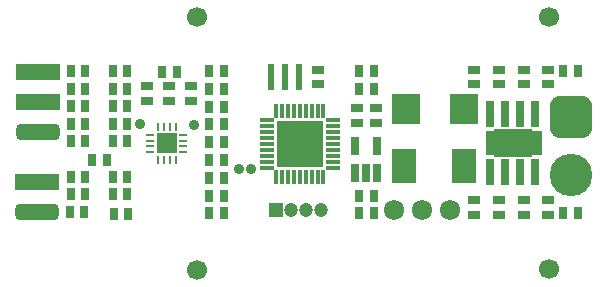
<source format=gts>
G04*
G04 #@! TF.GenerationSoftware,Altium Limited,Altium Designer,21.0.9 (235)*
G04*
G04 Layer_Color=8388736*
%FSLAX44Y44*%
%MOMM*%
G71*
G04*
G04 #@! TF.SameCoordinates,08F79265-EF5C-4CE5-BC12-077E6F79E2A6*
G04*
G04*
G04 #@! TF.FilePolarity,Negative*
G04*
G01*
G75*
%ADD26R,0.7080X0.2548*%
%ADD27R,0.2548X0.7080*%
%ADD28R,1.7526X1.7526*%
%ADD39R,1.0500X0.8000*%
%ADD40R,0.8000X1.0500*%
%ADD41R,2.1050X2.9940*%
%ADD42C,1.7240*%
%ADD43C,0.9000*%
%ADD44R,0.6000X2.2000*%
%ADD45R,0.4600X1.2800*%
%ADD46R,3.7000X1.4000*%
G04:AMPARAMS|DCode=47|XSize=1.4mm|YSize=3.7mm|CornerRadius=0.4mm|HoleSize=0mm|Usage=FLASHONLY|Rotation=90.000|XOffset=0mm|YOffset=0mm|HoleType=Round|Shape=RoundedRectangle|*
%AMROUNDEDRECTD47*
21,1,1.4000,2.9000,0,0,90.0*
21,1,0.6000,3.7000,0,0,90.0*
1,1,0.8000,1.4500,0.3000*
1,1,0.8000,1.4500,-0.3000*
1,1,0.8000,-1.4500,-0.3000*
1,1,0.8000,-1.4500,0.3000*
%
%ADD47ROUNDEDRECTD47*%
%ADD48R,3.2000X2.3300*%
%ADD49R,0.8000X2.1700*%
%ADD50R,2.4000X2.5000*%
G04:AMPARAMS|DCode=51|XSize=3.6mm|YSize=3.6mm|CornerRadius=0.95mm|HoleSize=0mm|Usage=FLASHONLY|Rotation=0.000|XOffset=0mm|YOffset=0mm|HoleType=Round|Shape=RoundedRectangle|*
%AMROUNDEDRECTD51*
21,1,3.6000,1.7000,0,0,0.0*
21,1,1.7000,3.6000,0,0,0.0*
1,1,1.9000,0.8500,-0.8500*
1,1,1.9000,-0.8500,-0.8500*
1,1,1.9000,-0.8500,0.8500*
1,1,1.9000,0.8500,0.8500*
%
%ADD51ROUNDEDRECTD51*%
%ADD52C,3.6000*%
%ADD53R,1.2800X0.4600*%
%ADD54R,3.9000X3.9000*%
%ADD55R,0.7588X1.5208*%
%ADD56R,1.2000X1.2000*%
%ADD57C,1.2000*%
%ADD58C,1.7000*%
G36*
X633190Y327874D02*
Y348874D01*
X585740D01*
Y327874D01*
X633190D01*
D02*
G37*
D26*
X329845Y345422D02*
D03*
Y340422D02*
D03*
Y335422D02*
D03*
Y330422D02*
D03*
X301429D02*
D03*
Y335422D02*
D03*
Y340422D02*
D03*
Y345422D02*
D03*
D27*
X323137Y323714D02*
D03*
X318137D02*
D03*
X313137D02*
D03*
X308137D02*
D03*
Y352130D02*
D03*
X313137D02*
D03*
X318137D02*
D03*
X323137D02*
D03*
D28*
X315637Y337922D02*
D03*
D39*
X617910Y277556D02*
D03*
Y290000D02*
D03*
X638740Y277556D02*
D03*
Y290000D02*
D03*
X576251Y277556D02*
D03*
Y290000D02*
D03*
X597080D02*
D03*
Y277556D02*
D03*
X617910Y400456D02*
D03*
Y388012D02*
D03*
X638740D02*
D03*
Y400456D02*
D03*
X576251D02*
D03*
Y388012D02*
D03*
X597080D02*
D03*
Y400456D02*
D03*
X336340Y373778D02*
D03*
Y386222D02*
D03*
X317840Y386444D02*
D03*
Y374000D02*
D03*
X299340Y373778D02*
D03*
Y386222D02*
D03*
X492683Y355132D02*
D03*
Y367576D02*
D03*
X476799Y355132D02*
D03*
Y367576D02*
D03*
X443740Y400480D02*
D03*
Y388036D02*
D03*
D40*
X651418Y278806D02*
D03*
X663862D02*
D03*
X651418Y399206D02*
D03*
X663862D02*
D03*
X246720Y294953D02*
D03*
X234276D02*
D03*
Y309850D02*
D03*
X246720D02*
D03*
X234276Y369437D02*
D03*
X246720D02*
D03*
X234276Y339643D02*
D03*
X246720D02*
D03*
Y354540D02*
D03*
X234276D02*
D03*
Y384334D02*
D03*
X246720D02*
D03*
Y399230D02*
D03*
X234276D02*
D03*
X282395Y294953D02*
D03*
X269951D02*
D03*
X282395Y309850D02*
D03*
X269951D02*
D03*
X264808Y323800D02*
D03*
X252364D02*
D03*
X269951Y339643D02*
D03*
X282395D02*
D03*
X269951Y354540D02*
D03*
X282395D02*
D03*
Y369437D02*
D03*
X269951D02*
D03*
Y384334D02*
D03*
X282395D02*
D03*
X364164Y384177D02*
D03*
X351720D02*
D03*
X245940Y279534D02*
D03*
X233496D02*
D03*
X351720Y323965D02*
D03*
X364164D02*
D03*
X490903Y278806D02*
D03*
X478459D02*
D03*
X490903Y293859D02*
D03*
X478459D02*
D03*
X311699Y398347D02*
D03*
X324143D02*
D03*
X364164Y354071D02*
D03*
X351720D02*
D03*
X269951Y399230D02*
D03*
X282395D02*
D03*
X364164Y308912D02*
D03*
X351720D02*
D03*
X364164Y293859D02*
D03*
X351720D02*
D03*
X490904Y384177D02*
D03*
X478460D02*
D03*
X490904Y399230D02*
D03*
X478460D02*
D03*
X364164Y369124D02*
D03*
X351720D02*
D03*
Y399230D02*
D03*
X364164D02*
D03*
X351720Y278806D02*
D03*
X364164D02*
D03*
X351720Y339018D02*
D03*
X364164D02*
D03*
X270731Y278078D02*
D03*
X283175D02*
D03*
D41*
X567540Y319200D02*
D03*
X516740D02*
D03*
D42*
X508140Y281600D02*
D03*
X531640D02*
D03*
X555140D02*
D03*
D43*
X292700Y354770D02*
D03*
X338760Y353740D02*
D03*
X377250Y316200D02*
D03*
X386830D02*
D03*
D44*
X403861Y394123D02*
D03*
X427861D02*
D03*
X415861D02*
D03*
D45*
X418364Y365617D02*
D03*
X413364D02*
D03*
X408364D02*
D03*
X423364D02*
D03*
X428364D02*
D03*
X433364D02*
D03*
X438364D02*
D03*
X443364D02*
D03*
X448364D02*
D03*
Y309317D02*
D03*
X443364D02*
D03*
X438364D02*
D03*
X433364D02*
D03*
X428364D02*
D03*
X423364D02*
D03*
X418364D02*
D03*
X413364D02*
D03*
X408364D02*
D03*
D46*
X207032Y372862D02*
D03*
Y398262D02*
D03*
X205540Y305038D02*
D03*
D47*
X207032Y347462D02*
D03*
X205540Y279638D02*
D03*
D48*
X608740Y338374D02*
D03*
D49*
X627790Y363124D02*
D03*
X615090D02*
D03*
X602390D02*
D03*
X589690D02*
D03*
Y313624D02*
D03*
X602390D02*
D03*
X615090D02*
D03*
X627790D02*
D03*
D50*
X518240Y367200D02*
D03*
X567240D02*
D03*
D51*
X657640Y360249D02*
D03*
D52*
Y311249D02*
D03*
D53*
X456514Y352467D02*
D03*
Y347467D02*
D03*
Y342467D02*
D03*
Y337467D02*
D03*
Y332467D02*
D03*
Y327467D02*
D03*
Y322467D02*
D03*
Y317467D02*
D03*
X400214D02*
D03*
Y322467D02*
D03*
Y327467D02*
D03*
Y332467D02*
D03*
Y337467D02*
D03*
Y342467D02*
D03*
Y347467D02*
D03*
Y352467D02*
D03*
X456514Y357467D02*
D03*
X400214D02*
D03*
D54*
X428364Y337467D02*
D03*
D55*
X494139Y312777D02*
D03*
X484741D02*
D03*
X475343D02*
D03*
Y336145D02*
D03*
X494139D02*
D03*
D56*
X408437Y281737D02*
D03*
D57*
X445937D02*
D03*
X433437D02*
D03*
X420937D02*
D03*
D58*
X341040Y445300D02*
D03*
X639540Y231700D02*
D03*
Y445300D02*
D03*
X341040Y230700D02*
D03*
M02*

</source>
